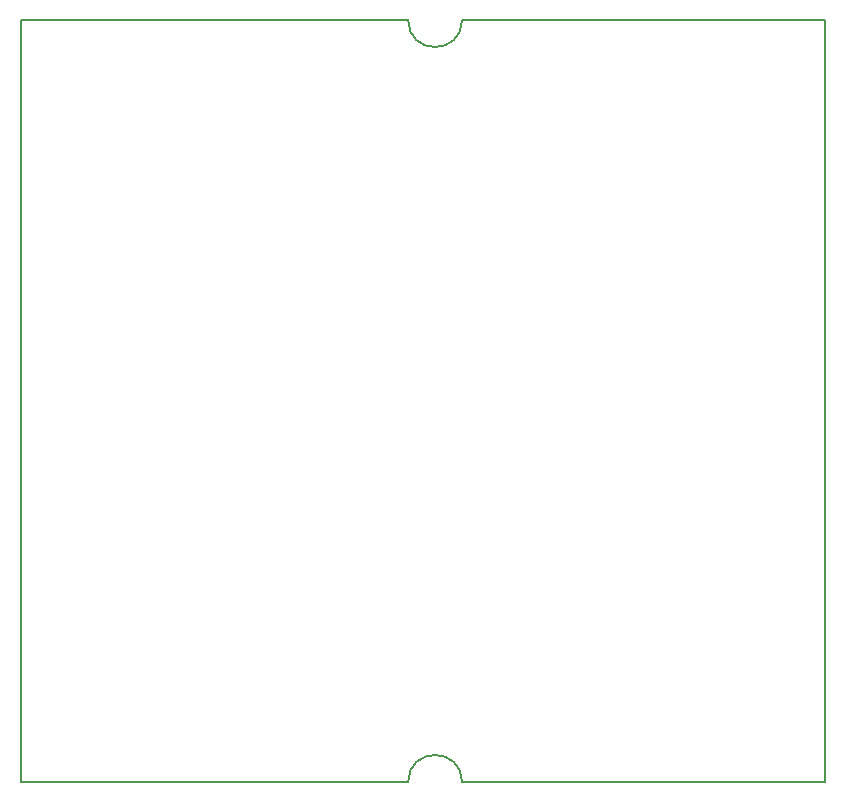
<source format=gko>
G04 #@! TF.FileFunction,Profile,NP*
%FSLAX46Y46*%
G04 Gerber Fmt 4.6, Leading zero omitted, Abs format (unit mm)*
G04 Created by KiCad (PCBNEW 4.0.7) date 08/30/18 09:04:44*
%MOMM*%
%LPD*%
G01*
G04 APERTURE LIST*
%ADD10C,0.100000*%
%ADD11C,0.150000*%
G04 APERTURE END LIST*
D10*
D11*
X184912000Y-68072000D02*
X152146000Y-68072000D01*
X189484000Y-68072000D02*
X220218000Y-68072000D01*
X184912000Y-68072000D02*
G75*
G03X189484000Y-68072000I2286000J0D01*
G01*
X184912000Y-132588000D02*
X152146000Y-132588000D01*
X220218000Y-132588000D02*
X189484000Y-132588000D01*
X189484000Y-132588000D02*
G75*
G03X184912000Y-132588000I-2286000J0D01*
G01*
X152146000Y-68072000D02*
X152146000Y-132588000D01*
X220218000Y-68072000D02*
X220218000Y-132588000D01*
M02*

</source>
